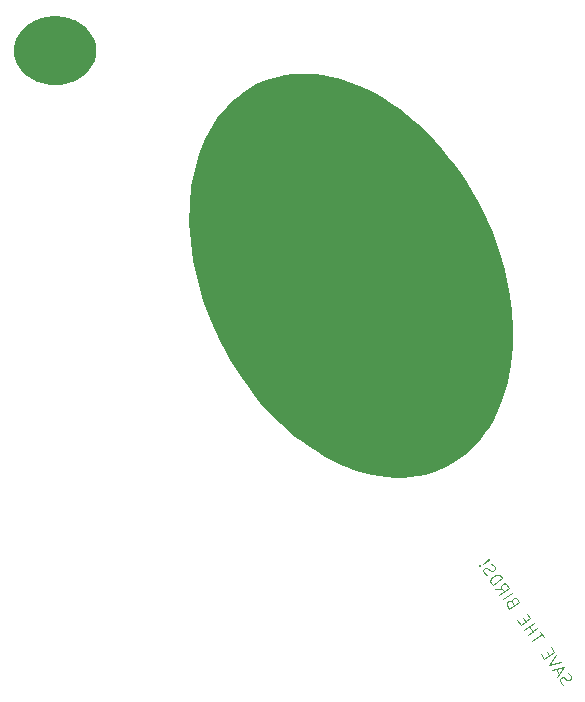
<source format=gbr>
%TF.GenerationSoftware,KiCad,Pcbnew,9.0.1*%
%TF.CreationDate,2025-05-03T21:28:02-04:00*%
%TF.ProjectId,project-2,70726f6a-6563-4742-9d32-2e6b69636164,rev?*%
%TF.SameCoordinates,Original*%
%TF.FileFunction,Legend,Bot*%
%TF.FilePolarity,Positive*%
%FSLAX46Y46*%
G04 Gerber Fmt 4.6, Leading zero omitted, Abs format (unit mm)*
G04 Created by KiCad (PCBNEW 9.0.1) date 2025-05-03 21:28:02*
%MOMM*%
%LPD*%
G01*
G04 APERTURE LIST*
%ADD10C,0.000000*%
%ADD11C,0.100000*%
G04 APERTURE END LIST*
D10*
G36*
X214500000Y-76500000D02*
G01*
X215153210Y-76580110D01*
X215809822Y-76700024D01*
X216468635Y-76859070D01*
X217128445Y-77056578D01*
X217788050Y-77291876D01*
X218446247Y-77564295D01*
X219101834Y-77873162D01*
X219753607Y-78217807D01*
X220400365Y-78597559D01*
X221040905Y-79011747D01*
X221674023Y-79459701D01*
X222298518Y-79940749D01*
X222913186Y-80454220D01*
X223516825Y-80999444D01*
X224108233Y-81575749D01*
X224686206Y-82182465D01*
X225249542Y-82818921D01*
X225797038Y-83484445D01*
X226327492Y-84178367D01*
X226839701Y-84900017D01*
X227332463Y-85648722D01*
X227804574Y-86423813D01*
X228254832Y-87224618D01*
X228682035Y-88050466D01*
X229444668Y-89734013D01*
X230072513Y-91424795D01*
X230567127Y-93111908D01*
X230930069Y-94784443D01*
X231162897Y-96431496D01*
X231267169Y-98042159D01*
X231244443Y-99605527D01*
X231096277Y-101110692D01*
X230824229Y-102546749D01*
X230429859Y-103902791D01*
X229914723Y-105167912D01*
X229612355Y-105762969D01*
X229280380Y-106331205D01*
X228918993Y-106871259D01*
X228528389Y-107381765D01*
X228108762Y-107861361D01*
X227660307Y-108308684D01*
X227183219Y-108722371D01*
X226677693Y-109101057D01*
X226143923Y-109443380D01*
X225582105Y-109747977D01*
X224999414Y-110010447D01*
X224403698Y-110227746D01*
X223796162Y-110400546D01*
X223178006Y-110529516D01*
X222550435Y-110615329D01*
X221914650Y-110658655D01*
X221271854Y-110660164D01*
X220623250Y-110620528D01*
X219970040Y-110540418D01*
X219313428Y-110420505D01*
X218654616Y-110261458D01*
X217994805Y-110063951D01*
X217335200Y-109828652D01*
X216677003Y-109556234D01*
X216021416Y-109247367D01*
X215369643Y-108902722D01*
X214722885Y-108522970D01*
X214082345Y-108108781D01*
X213449227Y-107660828D01*
X212824732Y-107179780D01*
X212210064Y-106666309D01*
X211606425Y-106121085D01*
X211015017Y-105544780D01*
X210437044Y-104938063D01*
X209873708Y-104301608D01*
X209326211Y-103636083D01*
X208795757Y-102942160D01*
X208283548Y-102220511D01*
X207790786Y-101471805D01*
X207318675Y-100696714D01*
X206868417Y-99895909D01*
X206441214Y-99070060D01*
X205678580Y-97386514D01*
X205050735Y-95695732D01*
X204556121Y-94008620D01*
X204193179Y-92336085D01*
X203960352Y-90689032D01*
X203856080Y-89078369D01*
X203878806Y-87515002D01*
X204026972Y-86009837D01*
X204299020Y-84573780D01*
X204693391Y-83217738D01*
X205208526Y-81952616D01*
X205510894Y-81357560D01*
X205842869Y-80789323D01*
X206204256Y-80249270D01*
X206594860Y-79738763D01*
X207014488Y-79259167D01*
X207462942Y-78811844D01*
X207940030Y-78398157D01*
X208445557Y-78019471D01*
X208979326Y-77677147D01*
X209541145Y-77372551D01*
X210123836Y-77110080D01*
X210719551Y-76892781D01*
X211327088Y-76719982D01*
X211945243Y-76591011D01*
X212572815Y-76505198D01*
X213208600Y-76461873D01*
X213851396Y-76460364D01*
X214500000Y-76500000D01*
G37*
G36*
X192679724Y-71593371D02*
G01*
X192857089Y-71604610D01*
X193031874Y-71623119D01*
X193203861Y-71648713D01*
X193372831Y-71681212D01*
X193538563Y-71720431D01*
X193700839Y-71766187D01*
X193859439Y-71818299D01*
X194014144Y-71876583D01*
X194164734Y-71940856D01*
X194310989Y-72010935D01*
X194452691Y-72086637D01*
X194589619Y-72167781D01*
X194721555Y-72254182D01*
X194848279Y-72345657D01*
X194969571Y-72442025D01*
X195085212Y-72543102D01*
X195194983Y-72648705D01*
X195298664Y-72758652D01*
X195396036Y-72872759D01*
X195486880Y-72990844D01*
X195570975Y-73112723D01*
X195648102Y-73238215D01*
X195718042Y-73367135D01*
X195780576Y-73499302D01*
X195835485Y-73634532D01*
X195882547Y-73772642D01*
X195921545Y-73913450D01*
X195952259Y-74056773D01*
X195974469Y-74202427D01*
X195987956Y-74350231D01*
X195992500Y-74500001D01*
X195987956Y-74649770D01*
X195974469Y-74797574D01*
X195952259Y-74943228D01*
X195921545Y-75086551D01*
X195882547Y-75227359D01*
X195835485Y-75365469D01*
X195780576Y-75500699D01*
X195718042Y-75632866D01*
X195648102Y-75761787D01*
X195570975Y-75887278D01*
X195486880Y-76009157D01*
X195396036Y-76127242D01*
X195298664Y-76241349D01*
X195194983Y-76351296D01*
X195085212Y-76456899D01*
X194969571Y-76557976D01*
X194848279Y-76654344D01*
X194721555Y-76745820D01*
X194589619Y-76832220D01*
X194452691Y-76913364D01*
X194310989Y-76989066D01*
X194164734Y-77059146D01*
X194014144Y-77123418D01*
X193859439Y-77181702D01*
X193700839Y-77233814D01*
X193538563Y-77279571D01*
X193372831Y-77318790D01*
X193203861Y-77351288D01*
X193031874Y-77376883D01*
X192857089Y-77395391D01*
X192679724Y-77406630D01*
X192500001Y-77410417D01*
X192320277Y-77406630D01*
X192142913Y-77395391D01*
X191968127Y-77376883D01*
X191796140Y-77351288D01*
X191627171Y-77318790D01*
X191461438Y-77279571D01*
X191299162Y-77233814D01*
X191140562Y-77181702D01*
X190985858Y-77123418D01*
X190835268Y-77059146D01*
X190689012Y-76989066D01*
X190547311Y-76913364D01*
X190410382Y-76832220D01*
X190278447Y-76745820D01*
X190151723Y-76654344D01*
X190030430Y-76557976D01*
X189914789Y-76456899D01*
X189805018Y-76351296D01*
X189701337Y-76241349D01*
X189603965Y-76127242D01*
X189513122Y-76009157D01*
X189429027Y-75887278D01*
X189351899Y-75761787D01*
X189281959Y-75632866D01*
X189219425Y-75500699D01*
X189164517Y-75365469D01*
X189117454Y-75227359D01*
X189078456Y-75086551D01*
X189047742Y-74943228D01*
X189025532Y-74797574D01*
X189012045Y-74649770D01*
X189007501Y-74500001D01*
X189012045Y-74350231D01*
X189025532Y-74202427D01*
X189047742Y-74056773D01*
X189078456Y-73913450D01*
X189117454Y-73772642D01*
X189164517Y-73634532D01*
X189219425Y-73499302D01*
X189281959Y-73367135D01*
X189351899Y-73238215D01*
X189429027Y-73112723D01*
X189513122Y-72990844D01*
X189603965Y-72872759D01*
X189701337Y-72758652D01*
X189805018Y-72648705D01*
X189914789Y-72543102D01*
X190030430Y-72442025D01*
X190151723Y-72345657D01*
X190278447Y-72254182D01*
X190410382Y-72167781D01*
X190547311Y-72086637D01*
X190689012Y-72010935D01*
X190835268Y-71940856D01*
X190985858Y-71876583D01*
X191140562Y-71818299D01*
X191299162Y-71766187D01*
X191461438Y-71720431D01*
X191627171Y-71681212D01*
X191796140Y-71648713D01*
X191968127Y-71623119D01*
X192142913Y-71604610D01*
X192320277Y-71593371D01*
X192500001Y-71589584D01*
X192679724Y-71593371D01*
G37*
D11*
X235496527Y-128189589D02*
X235375581Y-128099880D01*
X235375581Y-128099880D02*
X235239015Y-127904844D01*
X235239015Y-127904844D02*
X235223396Y-127799516D01*
X235223396Y-127799516D02*
X235235090Y-127733196D01*
X235235090Y-127733196D02*
X235285791Y-127639562D01*
X235285791Y-127639562D02*
X235363806Y-127584936D01*
X235363806Y-127584936D02*
X235469133Y-127569317D01*
X235469133Y-127569317D02*
X235535454Y-127581011D01*
X235535454Y-127581011D02*
X235629087Y-127631712D01*
X235629087Y-127631712D02*
X235777347Y-127760428D01*
X235777347Y-127760428D02*
X235870981Y-127811129D01*
X235870981Y-127811129D02*
X235937301Y-127822824D01*
X235937301Y-127822824D02*
X236042629Y-127807204D01*
X236042629Y-127807204D02*
X236120643Y-127752578D01*
X236120643Y-127752578D02*
X236171344Y-127658945D01*
X236171344Y-127658945D02*
X236183039Y-127592624D01*
X236183039Y-127592624D02*
X236167419Y-127487297D01*
X236167419Y-127487297D02*
X236030854Y-127292260D01*
X236030854Y-127292260D02*
X235909907Y-127202552D01*
X235145300Y-127272878D02*
X234872169Y-126882806D01*
X234965883Y-127514772D02*
X235593843Y-126668144D01*
X235593843Y-126668144D02*
X234583499Y-126968670D01*
X235293398Y-126239065D02*
X234283054Y-126539590D01*
X234283054Y-126539590D02*
X234911014Y-125692963D01*
X234329749Y-125693044D02*
X234138557Y-125419993D01*
X233627538Y-125603417D02*
X233900670Y-125993489D01*
X233900670Y-125993489D02*
X234719822Y-125419913D01*
X234719822Y-125419913D02*
X234446690Y-125029840D01*
X233845800Y-124171681D02*
X233518042Y-123703594D01*
X232862769Y-124511214D02*
X233681921Y-123937637D01*
X232507698Y-124004119D02*
X233326850Y-123430543D01*
X232936777Y-123703674D02*
X232609020Y-123235588D01*
X232179940Y-123536032D02*
X232999092Y-122962456D01*
X232335888Y-122845515D02*
X232144696Y-122572465D01*
X231633677Y-122755888D02*
X231906808Y-123145960D01*
X231906808Y-123145960D02*
X232725960Y-122572384D01*
X232725960Y-122572384D02*
X232452829Y-122182311D01*
X231188735Y-121207211D02*
X231067788Y-121117502D01*
X231067788Y-121117502D02*
X231001468Y-121105808D01*
X231001468Y-121105808D02*
X230896140Y-121121427D01*
X230896140Y-121121427D02*
X230779118Y-121203367D01*
X230779118Y-121203367D02*
X230728417Y-121297000D01*
X230728417Y-121297000D02*
X230716723Y-121363321D01*
X230716723Y-121363321D02*
X230732342Y-121468648D01*
X230732342Y-121468648D02*
X230950847Y-121780706D01*
X230950847Y-121780706D02*
X231769999Y-121207130D01*
X231769999Y-121207130D02*
X231578807Y-120934079D01*
X231578807Y-120934079D02*
X231485174Y-120883378D01*
X231485174Y-120883378D02*
X231418853Y-120871684D01*
X231418853Y-120871684D02*
X231313526Y-120887303D01*
X231313526Y-120887303D02*
X231235511Y-120941929D01*
X231235511Y-120941929D02*
X231184810Y-121035563D01*
X231184810Y-121035563D02*
X231173116Y-121101883D01*
X231173116Y-121101883D02*
X231188735Y-121207211D01*
X231188735Y-121207211D02*
X231379927Y-121480262D01*
X230377271Y-120961554D02*
X231196423Y-120387978D01*
X229776382Y-120103395D02*
X230357646Y-120103314D01*
X230104140Y-120571482D02*
X230923292Y-119997906D01*
X230923292Y-119997906D02*
X230704786Y-119685848D01*
X230704786Y-119685848D02*
X230611153Y-119635147D01*
X230611153Y-119635147D02*
X230544832Y-119623453D01*
X230544832Y-119623453D02*
X230439505Y-119639072D01*
X230439505Y-119639072D02*
X230322483Y-119721011D01*
X230322483Y-119721011D02*
X230271782Y-119814645D01*
X230271782Y-119814645D02*
X230260088Y-119880965D01*
X230260088Y-119880965D02*
X230275707Y-119986293D01*
X230275707Y-119986293D02*
X230494212Y-120298351D01*
X229530563Y-119752330D02*
X230349715Y-119178754D01*
X230349715Y-119178754D02*
X230213149Y-118983718D01*
X230213149Y-118983718D02*
X230092203Y-118894009D01*
X230092203Y-118894009D02*
X229959562Y-118870621D01*
X229959562Y-118870621D02*
X229854234Y-118886240D01*
X229854234Y-118886240D02*
X229670892Y-118956485D01*
X229670892Y-118956485D02*
X229553870Y-119038425D01*
X229553870Y-119038425D02*
X229425155Y-119186685D01*
X229425155Y-119186685D02*
X229374453Y-119280318D01*
X229374453Y-119280318D02*
X229351065Y-119412959D01*
X229351065Y-119412959D02*
X229393997Y-119557294D01*
X229393997Y-119557294D02*
X229530563Y-119752330D01*
X229023307Y-118944872D02*
X228902360Y-118855164D01*
X228902360Y-118855164D02*
X228765795Y-118660127D01*
X228765795Y-118660127D02*
X228750175Y-118554800D01*
X228750175Y-118554800D02*
X228761870Y-118488479D01*
X228761870Y-118488479D02*
X228812571Y-118394846D01*
X228812571Y-118394846D02*
X228890585Y-118340220D01*
X228890585Y-118340220D02*
X228995913Y-118324600D01*
X228995913Y-118324600D02*
X229062233Y-118336295D01*
X229062233Y-118336295D02*
X229155867Y-118386996D01*
X229155867Y-118386996D02*
X229304127Y-118515712D01*
X229304127Y-118515712D02*
X229397760Y-118566413D01*
X229397760Y-118566413D02*
X229464081Y-118578107D01*
X229464081Y-118578107D02*
X229569408Y-118562488D01*
X229569408Y-118562488D02*
X229647423Y-118507862D01*
X229647423Y-118507862D02*
X229698124Y-118414228D01*
X229698124Y-118414228D02*
X229709818Y-118347908D01*
X229709818Y-118347908D02*
X229694199Y-118242580D01*
X229694199Y-118242580D02*
X229557633Y-118047544D01*
X229557633Y-118047544D02*
X229436687Y-117957835D01*
X228488738Y-118098407D02*
X228422417Y-118086713D01*
X228422417Y-118086713D02*
X228410723Y-118153033D01*
X228410723Y-118153033D02*
X228477044Y-118164727D01*
X228477044Y-118164727D02*
X228488738Y-118098407D01*
X228488738Y-118098407D02*
X228410723Y-118153033D01*
X228722781Y-117934528D02*
X229218181Y-117645777D01*
X229218181Y-117645777D02*
X229229875Y-117579457D01*
X229229875Y-117579457D02*
X229163555Y-117567763D01*
X229163555Y-117567763D02*
X228722781Y-117934528D01*
X228722781Y-117934528D02*
X229229875Y-117579457D01*
M02*

</source>
